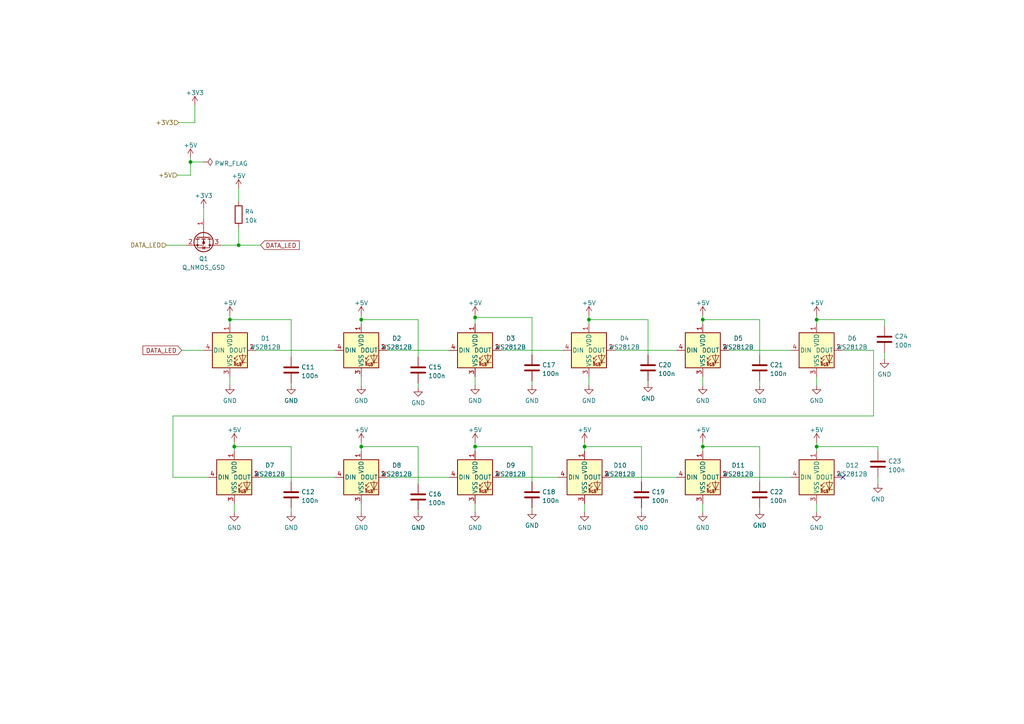
<source format=kicad_sch>
(kicad_sch (version 20211123) (generator eeschema)
  (paper "A4")
  (title_block (title "WS2812C") (rev "1"))
  (lib_symbols
    (symbol "Device:C" (pin_numbers hide) (pin_names (offset 0.254))
      (property "Reference" "C" (at 0.635 2.54 0))
      (property "Value" "C" (at 0.635 -2.54 0))
      (symbol "C_0_1"
        (polyline (pts (xy -2.032 -0.762) (xy 2.032 -0.762)) (stroke (width 0.508)))
        (polyline (pts (xy -2.032 0.762) (xy 2.032 0.762)) (stroke (width 0.508)))
      )
      (symbol "C_1_1"
        (pin passive line (at 0 3.81 270) (length 2.794) (name "~") (number "1"))
        (pin passive line (at 0 -3.81 90) (length 2.794) (name "~") (number "2"))
      )
    )
    (symbol "Device:Q_NMOS_GSD" (pin_names (offset 0) hide)
      (property "Reference" "Q" (at 5.08 1.27 0))
      (property "Value" "Q_NMOS_GSD" (at 5.08 -1.27 0))
      (symbol "Q_NMOS_GSD_0_1"
        (polyline (pts (xy 0.254 0) (xy -2.54 0)))
        (polyline (pts (xy 0.254 1.905) (xy 0.254 -1.905)) (stroke (width 0.254)))
        (polyline (pts (xy 0.762 -1.27) (xy 0.762 -2.286)) (stroke (width 0.254)))
        (polyline (pts (xy 0.762 0.508) (xy 0.762 -0.508)) (stroke (width 0.254)))
        (polyline (pts (xy 0.762 2.286) (xy 0.762 1.27)) (stroke (width 0.254)))
        (polyline (pts (xy 2.54 2.54) (xy 2.54 1.778)))
        (polyline (pts (xy 2.54 -2.54) (xy 2.54 0) (xy 0.762 0)))
        (polyline (pts (xy 0.762 -1.778) (xy 3.302 -1.778) (xy 3.302 1.778) (xy 0.762 1.778)))
        (polyline (pts (xy 1.016 0) (xy 2.032 0.381) (xy 2.032 -0.381) (xy 1.016 0)) (fill (type outline)))
        (polyline (pts (xy 2.794 0.508) (xy 2.921 0.381) (xy 3.683 0.381) (xy 3.81 0.254)))
        (polyline (pts (xy 3.302 0.381) (xy 2.921 -0.254) (xy 3.683 -0.254) (xy 3.302 0.381)))
        (circle (center 1.651 0) (radius 2.794) (stroke (width 0.254)))
        (circle (center 2.54 -1.778) (radius 0.254) (fill (type outline)))
        (circle (center 2.54 1.778) (radius 0.254) (fill (type outline)))
      )
      (symbol "Q_NMOS_GSD_1_1"
        (pin input line (at -5.08 0 0) (length 2.54) (name "G") (number "1"))
        (pin passive line (at 2.54 -5.08 90) (length 2.54) (name "S") (number "2"))
        (pin passive line (at 2.54 5.08 270) (length 2.54) (name "D") (number "3"))
      )
    )
    (symbol "Device:R" (pin_numbers hide) (pin_names (offset 0))
      (property "Reference" "R" (at 2.032 0 90))
      (property "Value" "R" (at 0 0 90))
      (symbol "R_0_1"
        (rectangle (start -1.016 -2.54) (end 1.016 2.54) (stroke (width 0.254)))
      )
      (symbol "R_1_1"
        (pin passive line (at 0 3.81 270) (length 1.27) (name "~") (number "1"))
        (pin passive line (at 0 -3.81 90) (length 1.27) (name "~") (number "2"))
      )
    )
    (symbol "LED:WS2812B" (pin_names (offset 0.254))
      (property "Reference" "D" (at 5.08 5.715 0))
      (property "Value" "WS2812B" (at 1.27 -5.715 0))
      (symbol "WS2812B_0_0"
        (text "RGB" (at 2.286 -4.191 0) (effects (font (size 0.762 0.762))))
      )
      (symbol "WS2812B_0_1"
        (polyline (pts (xy 1.27 -3.556) (xy 1.778 -3.556)))
        (polyline (pts (xy 1.27 -2.54) (xy 1.778 -2.54)))
        (polyline (pts (xy 4.699 -3.556) (xy 2.667 -3.556)))
        (polyline (pts (xy 2.286 -2.54) (xy 1.27 -3.556) (xy 1.27 -3.048)))
        (polyline (pts (xy 2.286 -1.524) (xy 1.27 -2.54) (xy 1.27 -2.032)))
        (polyline (pts (xy 3.683 -1.016) (xy 3.683 -3.556) (xy 3.683 -4.064)))
        (polyline (pts (xy 4.699 -1.524) (xy 2.667 -1.524) (xy 3.683 -3.556) (xy 4.699 -1.524)))
        (rectangle (start 5.08 5.08) (end -5.08 -5.08) (stroke (width 0.254)) (fill (type background)))
      )
      (symbol "WS2812B_1_1"
        (pin power_in line (at 0 7.62 270) (length 2.54) (name "VDD") (number "1"))
        (pin output line (at 7.62 0 180) (length 2.54) (name "DOUT") (number "2"))
        (pin power_in line (at 0 -7.62 90) (length 2.54) (name "VSS") (number "3"))
        (pin input line (at -7.62 0 0) (length 2.54) (name "DIN") (number "4"))
      )
    )
    (symbol "power:+3V3" (power) (pin_names (offset 0))
      (property "Value" "+3V3" (at 0 3.556 0))
      (symbol "+3V3_0_1"
        (polyline (pts (xy -0.762 1.27) (xy 0 2.54)))
        (polyline (pts (xy 0 0) (xy 0 2.54)))
        (polyline (pts (xy 0 2.54) (xy 0.762 1.27)))
      )
      (symbol "+3V3_1_1"
        (pin power_in line (at 0 0 90) (length 0) hide (name "+3V3") (number "1"))
      )
    )
    (symbol "power:+5V" (power) (pin_names (offset 0))
      (property "Value" "+5V" (at 0 3.556 0))
      (symbol "+5V_0_1"
        (polyline (pts (xy -0.762 1.27) (xy 0 2.54)))
        (polyline (pts (xy 0 0) (xy 0 2.54)))
        (polyline (pts (xy 0 2.54) (xy 0.762 1.27)))
      )
      (symbol "+5V_1_1"
        (pin power_in line (at 0 0 90) (length 0) hide (name "+5V") (number "1"))
      )
    )
    (symbol "power:GND" (power) (pin_names (offset 0))
      (property "Value" "GND" (at 0 -3.81 0))
      (symbol "GND_0_1"
        (polyline (pts (xy 0 0) (xy 0 -1.27) (xy 1.27 -1.27) (xy 0 -2.54) (xy -1.27 -1.27) (xy 0 -1.27)))
      )
      (symbol "GND_1_1"
        (pin power_in line (at 0 0 270) (length 0) hide (name "GND") (number "1"))
      )
    )
    (symbol "power:PWR_FLAG" (power) (pin_numbers hide) (pin_names (offset 0) hide)
      (property "Value" "PWR_FLAG" (at 0 3.81 0))
      (symbol "PWR_FLAG_0_0"
        (pin power_out line (at 0 0 90) (length 0) (name "pwr") (number "1"))
      )
      (symbol "PWR_FLAG_0_1"
        (polyline (pts (xy 0 0) (xy 0 1.27) (xy -1.016 1.905) (xy 0 2.54) (xy 1.016 1.905) (xy 0 1.27)))
      )
    )
  )
  (junction (at 104.775 92.71))
  (junction (at 104.775 129.54))
  (junction (at 236.855 92.71))
  (junction (at 137.795 129.54))
  (junction (at 203.835 92.71))
  (junction (at 66.675 92.71))
  (junction (at 236.855 129.54))
  (junction (at 137.795 92.075))
  (junction (at 203.835 129.54))
  (junction (at 67.945 129.54))
  (junction (at 170.815 92.71))
  (junction (at 69.215 71.12))
  (junction (at 55.245 46.99))
  (junction (at 169.545 129.54))
  (no_connect (at 244.475 138.43))
  (wire (pts (xy 170.815 109.22) (xy 170.815 111.76)))
  (wire (pts (xy 154.305 147.32) (xy 154.305 147.955)))
  (wire (pts (xy 104.775 128.27) (xy 104.775 129.54)))
  (wire (pts (xy 178.435 101.6) (xy 196.215 101.6)))
  (wire (pts (xy 55.245 45.72) (xy 55.245 46.99)))
  (wire (pts (xy 256.54 102.235) (xy 256.54 104.14)))
  (wire (pts (xy 254.635 129.54) (xy 236.855 129.54)))
  (wire (pts (xy 154.305 92.075) (xy 137.795 92.075)))
  (wire (pts (xy 84.455 139.7) (xy 84.455 129.54)))
  (wire (pts (xy 50.165 138.43) (xy 60.325 138.43)))
  (wire (pts (xy 121.285 111.125) (xy 121.285 112.395)))
  (wire (pts (xy 236.855 92.71) (xy 236.855 93.98)))
  (wire (pts (xy 84.455 111.125) (xy 84.455 111.76)))
  (wire (pts (xy 104.775 109.22) (xy 104.775 111.76)))
  (wire (pts (xy 137.795 129.54) (xy 137.795 130.81)))
  (wire (pts (xy 220.345 110.49) (xy 220.345 111.76)))
  (wire (pts (xy 186.055 139.7) (xy 186.055 129.54)))
  (wire (pts (xy 203.835 128.27) (xy 203.835 129.54)))
  (wire (pts (xy 67.945 146.05) (xy 67.945 148.59)))
  (wire (pts (xy 256.54 92.71) (xy 236.855 92.71)))
  (wire (pts (xy 154.305 129.54) (xy 137.795 129.54)))
  (wire (pts (xy 220.345 147.32) (xy 220.345 147.955)))
  (wire (pts (xy 66.675 91.44) (xy 66.675 92.71)))
  (wire (pts (xy 253.365 101.6) (xy 253.365 120.65)))
  (wire (pts (xy 220.345 102.87) (xy 220.345 92.71)))
  (wire (pts (xy 55.245 46.99) (xy 55.245 50.8)))
  (wire (pts (xy 121.285 92.71) (xy 104.775 92.71)))
  (wire (pts (xy 169.545 128.27) (xy 169.545 129.54)))
  (wire (pts (xy 55.245 50.8) (xy 51.435 50.8)))
  (wire (pts (xy 211.455 138.43) (xy 229.235 138.43)))
  (wire (pts (xy 55.245 46.99) (xy 59.055 46.99)))
  (wire (pts (xy 236.855 146.05) (xy 236.855 148.59)))
  (wire (pts (xy 170.815 91.44) (xy 170.815 92.71)))
  (wire (pts (xy 104.775 92.71) (xy 104.775 93.98)))
  (wire (pts (xy 170.815 92.71) (xy 170.815 93.98)))
  (wire (pts (xy 84.455 103.505) (xy 84.455 92.71)))
  (wire (pts (xy 145.415 138.43) (xy 161.925 138.43)))
  (wire (pts (xy 66.675 92.71) (xy 66.675 93.98)))
  (wire (pts (xy 169.545 129.54) (xy 169.545 130.81)))
  (wire (pts (xy 112.395 138.43) (xy 130.175 138.43)))
  (wire (pts (xy 104.775 146.05) (xy 104.775 148.59)))
  (wire (pts (xy 137.795 91.44) (xy 137.795 92.075)))
  (wire (pts (xy 154.305 139.7) (xy 154.305 129.54)))
  (wire (pts (xy 254.635 138.43) (xy 254.635 140.335)))
  (wire (pts (xy 137.795 128.27) (xy 137.795 129.54)))
  (wire (pts (xy 52.705 101.6) (xy 59.055 101.6)))
  (wire (pts (xy 50.165 120.65) (xy 50.165 138.43)))
  (wire (pts (xy 236.855 129.54) (xy 236.855 130.81)))
  (wire (pts (xy 137.795 109.22) (xy 137.795 111.76)))
  (wire (pts (xy 84.455 147.32) (xy 84.455 148.59)))
  (wire (pts (xy 154.305 102.87) (xy 154.305 92.075)))
  (wire (pts (xy 67.945 129.54) (xy 67.945 130.81)))
  (wire (pts (xy 59.055 60.325) (xy 59.055 63.5)))
  (wire (pts (xy 220.345 92.71) (xy 203.835 92.71)))
  (wire (pts (xy 187.96 102.87) (xy 187.96 92.71)))
  (wire (pts (xy 69.215 71.12) (xy 75.565 71.12)))
  (wire (pts (xy 256.54 94.615) (xy 256.54 92.71)))
  (wire (pts (xy 67.945 128.27) (xy 67.945 129.54)))
  (wire (pts (xy 203.835 146.05) (xy 203.835 148.59)))
  (wire (pts (xy 236.855 91.44) (xy 236.855 92.71)))
  (wire (pts (xy 203.835 129.54) (xy 203.835 130.81)))
  (wire (pts (xy 145.415 101.6) (xy 163.195 101.6)))
  (wire (pts (xy 137.795 92.075) (xy 137.795 93.98)))
  (wire (pts (xy 121.285 147.955) (xy 121.285 148.59)))
  (wire (pts (xy 48.26 71.12) (xy 53.975 71.12)))
  (wire (pts (xy 203.835 92.71) (xy 203.835 93.98)))
  (wire (pts (xy 51.816 35.56) (xy 56.515 35.56)))
  (wire (pts (xy 137.795 146.05) (xy 137.795 148.59)))
  (wire (pts (xy 244.475 101.6) (xy 253.365 101.6)))
  (wire (pts (xy 154.305 110.49) (xy 154.305 111.76)))
  (wire (pts (xy 187.96 92.71) (xy 170.815 92.71)))
  (wire (pts (xy 69.215 54.61) (xy 69.215 58.42)))
  (wire (pts (xy 121.285 103.505) (xy 121.285 92.71)))
  (wire (pts (xy 112.395 101.6) (xy 130.175 101.6)))
  (wire (pts (xy 211.455 101.6) (xy 229.235 101.6)))
  (wire (pts (xy 169.545 146.05) (xy 169.545 148.59)))
  (wire (pts (xy 66.675 109.22) (xy 66.675 111.76)))
  (wire (pts (xy 186.055 129.54) (xy 169.545 129.54)))
  (wire (pts (xy 236.855 109.22) (xy 236.855 111.76)))
  (wire (pts (xy 186.055 147.32) (xy 186.055 148.59)))
  (wire (pts (xy 74.295 101.6) (xy 97.155 101.6)))
  (wire (pts (xy 187.96 110.49) (xy 187.96 111.125)))
  (wire (pts (xy 84.455 92.71) (xy 66.675 92.71)))
  (wire (pts (xy 254.635 130.81) (xy 254.635 129.54)))
  (wire (pts (xy 69.215 66.04) (xy 69.215 71.12)))
  (wire (pts (xy 84.455 129.54) (xy 67.945 129.54)))
  (wire (pts (xy 177.165 138.43) (xy 196.215 138.43)))
  (wire (pts (xy 203.835 109.22) (xy 203.835 111.76)))
  (wire (pts (xy 236.855 128.27) (xy 236.855 129.54)))
  (wire (pts (xy 64.135 71.12) (xy 69.215 71.12)))
  (wire (pts (xy 104.775 91.44) (xy 104.775 92.71)))
  (wire (pts (xy 121.285 140.335) (xy 121.285 129.54)))
  (wire (pts (xy 75.565 138.43) (xy 97.155 138.43)))
  (wire (pts (xy 253.365 120.65) (xy 50.165 120.65)))
  (wire (pts (xy 121.285 129.54) (xy 104.775 129.54)))
  (wire (pts (xy 203.835 91.44) (xy 203.835 92.71)))
  (wire (pts (xy 220.345 139.7) (xy 220.345 129.54)))
  (wire (pts (xy 104.775 129.54) (xy 104.775 130.81)))
  (wire (pts (xy 56.515 30.48) (xy 56.515 35.56)))
  (wire (pts (xy 220.345 129.54) (xy 203.835 129.54)))
  (global_label "DATA_LED" (shape input) (at 52.705 101.6 180) (property "Intersheet References" "${INTERSHEET_REFS}" (effects hide)))
  (global_label "DATA_LED" (shape input) (at 75.565 71.12 0) (property "Intersheet References" "${INTERSHEET_REFS}" (effects hide)))
  (hierarchical_label "DATA_LED" (shape input) (at 48.26 71.12 180))
  (hierarchical_label "+5V" (shape input) (at 51.435 50.8 180))
  (hierarchical_label "+3V3" (shape input) (at 51.816 35.56 180))
  (symbol (lib_id "power:GND") (at 186.055 148.59 0) (unit 1)
    (property "Reference" "#PWR0164" (effects hide))
    (property "Value" "GND" (at 186.055 153.0334 0))
  )
  (symbol (lib_id "Device:C") (at 84.455 107.315 0) (unit 1)
    (property "Reference" "C11" (at 87.376 106.4803 0) (effects (justify left)))
    (property "Value" "100n" (at 87.376 109.0172 0) (effects (justify left)))
    (property "Footprint" "Capacitor_SMD:C_0603_1608Metric" (effects hide))
    (property "LCSC" "C14663" (effects hide))
  )
  (symbol (lib_id "power:GND") (at 169.545 148.59 0) (unit 1)
    (property "Reference" "#PWR0114" (effects hide))
    (property "Value" "GND" (at 169.545 153.0334 0))
  )
  (symbol (lib_id "Device:C") (at 256.54 98.425 0) (unit 1)
    (property "Reference" "C24" (at 259.461 97.5903 0) (effects (justify left)))
    (property "Value" "100n" (at 259.461 100.1272 0) (effects (justify left)))
    (property "Footprint" "Capacitor_SMD:C_0603_1608Metric" (effects hide))
    (property "LCSC" "C14663" (effects hide))
  )
  (symbol (lib_id "Device:C") (at 220.345 143.51 0) (unit 1)
    (property "Reference" "C22" (at 223.266 142.6753 0) (effects (justify left)))
    (property "Value" "100n" (at 223.266 145.2122 0) (effects (justify left)))
    (property "Footprint" "Capacitor_SMD:C_0603_1608Metric" (effects hide))
    (property "LCSC" "C14663" (effects hide))
  )
  (symbol (lib_id "power:GND") (at 220.345 147.955 0) (unit 1)
    (property "Reference" "#PWR0168" (effects hide))
    (property "Value" "GND" (at 220.345 152.3984 0))
  )
  (symbol (lib_id "power:GND") (at 121.285 148.59 0) (unit 1)
    (property "Reference" "#PWR0166" (effects hide))
    (property "Value" "GND" (at 121.285 153.0334 0))
  )
  (symbol (lib_id "power:GND") (at 203.835 148.59 0) (unit 1)
    (property "Reference" "#PWR0111" (effects hide))
    (property "Value" "GND" (at 203.835 153.0334 0))
  )
  (symbol (lib_id "Device:C") (at 187.96 106.68 0) (unit 1)
    (property "Reference" "C20" (at 190.881 105.8453 0) (effects (justify left)))
    (property "Value" "100n" (at 190.881 108.3822 0) (effects (justify left)))
    (property "Footprint" "Capacitor_SMD:C_0603_1608Metric" (effects hide))
    (property "LCSC" "C14663" (effects hide))
  )
  (symbol (lib_id "power:GND") (at 84.455 111.76 0) (unit 1)
    (property "Reference" "#PWR0170" (effects hide))
    (property "Value" "GND" (at 84.455 116.2034 0))
  )
  (symbol (lib_id "Device:C") (at 186.055 143.51 0) (unit 1)
    (property "Reference" "C19" (at 188.976 142.6753 0) (effects (justify left)))
    (property "Value" "100n" (at 188.976 145.2122 0) (effects (justify left)))
    (property "Footprint" "Capacitor_SMD:C_0603_1608Metric" (effects hide))
    (property "LCSC" "C14663" (effects hide))
  )
  (symbol (lib_id "power:+5V") (at 137.795 128.27 0) (unit 1)
    (property "Reference" "#PWR0117" (effects hide))
    (property "Value" "+5V" (at 137.795 124.6942 0))
  )
  (symbol (lib_id "Device:Q_NMOS_GSD") (at 59.055 68.58 270) (unit 1)
    (property "Reference" "Q1" (at 59.055 75.0554 90))
    (property "Value" "Q_NMOS_GSD" (at 59.055 77.5923 90))
    (property "Footprint" "Package_TO_SOT_SMD:SOT-23" (effects hide))
    (property "LCSC" "C8545" (effects hide))
  )
  (symbol (lib_id "power:GND") (at 170.815 111.76 0) (unit 1)
    (property "Reference" "#PWR0113" (effects hide))
    (property "Value" "GND" (at 170.815 116.2034 0))
  )
  (symbol (lib_id "power:PWR_FLAG") (at 59.055 46.99 270) (unit 1)
    (property "Reference" "#FLG0105" (effects hide))
    (property "Value" "PWR_FLAG" (at 62.23 47.4238 90) (effects (justify left)))
  )
  (symbol (lib_id "power:GND") (at 104.775 111.76 0) (unit 1)
    (property "Reference" "#PWR0118" (effects hide))
    (property "Value" "GND" (at 104.775 116.2034 0))
  )
  (symbol (lib_id "power:+3V3") (at 59.055 60.325 0) (unit 1)
    (property "Reference" "#PWR0179" (effects hide))
    (property "Value" "+3V3" (at 59.055 56.7492 0))
  )
  (symbol (lib_id "power:+3V3") (at 56.515 30.48 0) (unit 1)
    (property "Reference" "#PWR0181" (effects hide))
    (property "Value" "+3V3" (at 56.515 26.9042 0))
  )
  (symbol (lib_id "power:GND") (at 187.96 111.125 0) (unit 1)
    (property "Reference" "#PWR0169" (effects hide))
    (property "Value" "GND" (at 187.96 115.5684 0))
  )
  (symbol (lib_id "power:+5V") (at 236.855 128.27 0) (unit 1)
    (property "Reference" "#PWR0110" (effects hide))
    (property "Value" "+5V" (at 236.855 124.6942 0))
  )
  (symbol (lib_id "LED:WS2812B") (at 66.675 101.6 0) (unit 1)
    (property "Reference" "D1" (at 76.9809 98.1416 0))
    (property "Value" "WS2812B" (at 76.9809 100.6785 0))
    (property "Footprint" "LED_SMD:LED_WS2812B_PLCC4_5.0x5.0mm_P3.2mm" (effects hide))
    (property "Datasheet" "https://datasheet.lcsc.com/lcsc/1810231210_Worldsemi-WS2812C_C114587.pdf" (effects hide))
    (property "LCSC" "C2761796" (effects hide))
  )
  (symbol (lib_id "power:+5V") (at 169.545 128.27 0) (unit 1)
    (property "Reference" "#PWR0112" (effects hide))
    (property "Value" "+5V" (at 169.545 124.6942 0))
  )
  (symbol (lib_id "LED:WS2812B") (at 203.835 138.43 0) (unit 1)
    (property "Reference" "D11" (at 214.1409 134.9716 0))
    (property "Value" "WS2812B" (at 214.1409 137.5085 0))
    (property "Footprint" "LED_SMD:LED_WS2812B_PLCC4_5.0x5.0mm_P3.2mm" (effects hide))
    (property "Datasheet" "https://datasheet.lcsc.com/lcsc/1810231210_Worldsemi-WS2812C_C114587.pdf" (effects hide))
    (property "LCSC" "C2761796" (effects hide))
  )
  (symbol (lib_id "power:GND") (at 154.305 111.76 0) (unit 1)
    (property "Reference" "#PWR0174" (effects hide))
    (property "Value" "GND" (at 154.305 116.2034 0))
  )
  (symbol (lib_id "power:+5V") (at 104.775 128.27 0) (unit 1)
    (property "Reference" "#PWR0126" (effects hide))
    (property "Value" "+5V" (at 104.775 124.6942 0))
  )
  (symbol (lib_id "LED:WS2812B") (at 170.815 101.6 0) (unit 1)
    (property "Reference" "D4" (at 181.1209 98.1416 0))
    (property "Value" "WS2812B" (at 181.1209 100.6785 0))
    (property "Footprint" "LED_SMD:LED_WS2812B_PLCC4_5.0x5.0mm_P3.2mm" (effects hide))
    (property "Datasheet" "https://datasheet.lcsc.com/lcsc/1810231210_Worldsemi-WS2812C_C114587.pdf" (effects hide))
    (property "LCSC" "C2761796" (effects hide))
  )
  (symbol (lib_id "LED:WS2812B") (at 169.545 138.43 0) (unit 1)
    (property "Reference" "D10" (at 179.8509 134.9716 0))
    (property "Value" "WS2812B" (at 179.8509 137.5085 0))
    (property "Footprint" "LED_SMD:LED_WS2812B_PLCC4_5.0x5.0mm_P3.2mm" (effects hide))
    (property "Datasheet" "https://datasheet.lcsc.com/lcsc/1810231210_Worldsemi-WS2812C_C114587.pdf" (effects hide))
    (property "LCSC" "C2761796" (effects hide))
  )
  (symbol (lib_id "Device:C") (at 154.305 106.68 0) (unit 1)
    (property "Reference" "C17" (at 157.226 105.8453 0) (effects (justify left)))
    (property "Value" "100n" (at 157.226 108.3822 0) (effects (justify left)))
    (property "Footprint" "Capacitor_SMD:C_0603_1608Metric" (effects hide))
    (property "LCSC" "C14663" (effects hide))
  )
  (symbol (lib_id "LED:WS2812B") (at 203.835 101.6 0) (unit 1)
    (property "Reference" "D5" (at 214.1409 98.1416 0))
    (property "Value" "WS2812B" (at 214.1409 100.6785 0))
    (property "Footprint" "LED_SMD:LED_WS2812B_PLCC4_5.0x5.0mm_P3.2mm" (effects hide))
    (property "Datasheet" "https://datasheet.lcsc.com/lcsc/1810231210_Worldsemi-WS2812C_C114587.pdf" (effects hide))
    (property "LCSC" "C2761796" (effects hide))
  )
  (symbol (lib_id "LED:WS2812B") (at 137.795 101.6 0) (unit 1)
    (property "Reference" "D3" (at 148.1009 98.1416 0))
    (property "Value" "WS2812B" (at 148.1009 100.6785 0))
    (property "Footprint" "LED_SMD:LED_WS2812B_PLCC4_5.0x5.0mm_P3.2mm" (effects hide))
    (property "Datasheet" "https://datasheet.lcsc.com/lcsc/1810231210_Worldsemi-WS2812C_C114587.pdf" (effects hide))
    (property "LCSC" "C2761796" (effects hide))
  )
  (symbol (lib_id "power:GND") (at 121.285 112.395 0) (unit 1)
    (property "Reference" "#PWR0162" (effects hide))
    (property "Value" "GND" (at 121.285 116.8384 0))
  )
  (symbol (lib_id "Device:C") (at 121.285 144.145 0) (unit 1)
    (property "Reference" "C16" (at 124.206 143.3103 0) (effects (justify left)))
    (property "Value" "100n" (at 124.206 145.8472 0) (effects (justify left)))
    (property "Footprint" "Capacitor_SMD:C_0603_1608Metric" (effects hide))
    (property "LCSC" "C14663" (effects hide))
  )
  (symbol (lib_id "LED:WS2812B") (at 104.775 138.43 0) (unit 1)
    (property "Reference" "D8" (at 115.0809 134.9716 0))
    (property "Value" "WS2812B" (at 115.0809 137.5085 0))
    (property "Footprint" "LED_SMD:LED_WS2812B_PLCC4_5.0x5.0mm_P3.2mm" (effects hide))
    (property "Datasheet" "https://datasheet.lcsc.com/lcsc/1810231210_Worldsemi-WS2812C_C114587.pdf" (effects hide))
    (property "LCSC" "C2761796" (effects hide))
  )
  (symbol (lib_id "power:+5V") (at 137.795 91.44 0) (unit 1)
    (property "Reference" "#PWR0115" (effects hide))
    (property "Value" "+5V" (at 137.795 87.8642 0))
  )
  (symbol (lib_id "power:GND") (at 203.835 111.76 0) (unit 1)
    (property "Reference" "#PWR0105" (effects hide))
    (property "Value" "GND" (at 203.835 116.2034 0))
  )
  (symbol (lib_id "power:GND") (at 256.54 104.14 0) (unit 1)
    (property "Reference" "#PWR0173" (effects hide))
    (property "Value" "GND" (at 256.54 108.5834 0))
  )
  (symbol (lib_id "power:GND") (at 137.795 111.76 0) (unit 1)
    (property "Reference" "#PWR0116" (effects hide))
    (property "Value" "GND" (at 137.795 116.2034 0))
  )
  (symbol (lib_id "power:GND") (at 66.675 111.76 0) (unit 1)
    (property "Reference" "#PWR0122" (effects hide))
    (property "Value" "GND" (at 66.675 116.2034 0))
  )
  (symbol (lib_id "power:GND") (at 220.345 111.76 0) (unit 1)
    (property "Reference" "#PWR0171" (effects hide))
    (property "Value" "GND" (at 220.345 116.2034 0))
  )
  (symbol (lib_id "Device:C") (at 154.305 143.51 0) (unit 1)
    (property "Reference" "C18" (at 157.226 142.6753 0) (effects (justify left)))
    (property "Value" "100n" (at 157.226 145.2122 0) (effects (justify left)))
    (property "Footprint" "Capacitor_SMD:C_0603_1608Metric" (effects hide))
    (property "LCSC" "C14663" (effects hide))
  )
  (symbol (lib_id "Device:C") (at 84.455 143.51 0) (unit 1)
    (property "Reference" "C12" (at 87.376 142.6753 0) (effects (justify left)))
    (property "Value" "100n" (at 87.376 145.2122 0) (effects (justify left)))
    (property "Footprint" "Capacitor_SMD:C_0603_1608Metric" (effects hide))
    (property "LCSC" "C14663" (effects hide))
  )
  (symbol (lib_id "Device:C") (at 121.285 107.315 0) (unit 1)
    (property "Reference" "C15" (at 124.206 106.4803 0) (effects (justify left)))
    (property "Value" "100n" (at 124.206 109.0172 0) (effects (justify left)))
    (property "Footprint" "Capacitor_SMD:C_0603_1608Metric" (effects hide))
    (property "LCSC" "C14663" (effects hide))
  )
  (symbol (lib_id "power:GND") (at 154.305 147.955 0) (unit 1)
    (property "Reference" "#PWR0167" (effects hide))
    (property "Value" "GND" (at 154.305 152.3984 0))
  )
  (symbol (lib_id "power:+5V") (at 203.835 91.44 0) (unit 1)
    (property "Reference" "#PWR0108" (effects hide))
    (property "Value" "+5V" (at 203.835 87.8642 0))
  )
  (symbol (lib_id "power:+5V") (at 69.215 54.61 0) (unit 1)
    (property "Reference" "#PWR0180" (effects hide))
    (property "Value" "+5V" (at 69.215 51.0342 0))
  )
  (symbol (lib_id "power:+5V") (at 170.815 91.44 0) (unit 1)
    (property "Reference" "#PWR0107" (effects hide))
    (property "Value" "+5V" (at 170.815 87.8642 0))
  )
  (symbol (lib_id "power:+5V") (at 236.855 91.44 0) (unit 1)
    (property "Reference" "#PWR0104" (effects hide))
    (property "Value" "+5V" (at 236.855 87.8642 0))
  )
  (symbol (lib_id "power:GND") (at 236.855 111.76 0) (unit 1)
    (property "Reference" "#PWR0103" (effects hide))
    (property "Value" "GND" (at 236.855 116.2034 0))
  )
  (symbol (lib_id "power:+5V") (at 67.945 128.27 0) (unit 1)
    (property "Reference" "#PWR0124" (effects hide))
    (property "Value" "+5V" (at 67.945 124.6942 0))
  )
  (symbol (lib_id "power:GND") (at 67.945 148.59 0) (unit 1)
    (property "Reference" "#PWR0121" (effects hide))
    (property "Value" "GND" (at 67.945 153.0334 0))
  )
  (symbol (lib_id "power:+5V") (at 55.245 45.72 0) (unit 1)
    (property "Reference" "#PWR0163" (effects hide))
    (property "Value" "+5V" (at 55.245 42.1442 0))
  )
  (symbol (lib_id "Device:R") (at 69.215 62.23 0) (unit 1)
    (property "Reference" "R4" (at 70.993 61.3953 0) (effects (justify left)))
    (property "Value" "10k" (at 70.993 63.9322 0) (effects (justify left)))
    (property "Footprint" "Resistor_SMD:R_0603_1608Metric" (effects hide))
    (property "LCSC" "C25804" (effects hide))
  )
  (symbol (lib_id "LED:WS2812B") (at 236.855 138.43 0) (unit 1)
    (property "Reference" "D12" (at 247.1609 134.9716 0))
    (property "Value" "WS2812B" (at 247.1609 137.5085 0))
    (property "Footprint" "LED_SMD:LED_WS2812B_PLCC4_5.0x5.0mm_P3.2mm" (effects hide))
    (property "Datasheet" "https://datasheet.lcsc.com/lcsc/1810231210_Worldsemi-WS2812C_C114587.pdf" (effects hide))
    (property "LCSC" "C2761796" (effects hide))
  )
  (symbol (lib_id "LED:WS2812B") (at 236.855 101.6 0) (unit 1)
    (property "Reference" "D6" (at 247.1609 98.1416 0))
    (property "Value" "WS2812B" (at 247.1609 100.6785 0))
    (property "Footprint" "LED_SMD:LED_WS2812B_PLCC4_5.0x5.0mm_P3.2mm" (effects hide))
    (property "Datasheet" "https://datasheet.lcsc.com/lcsc/1810231210_Worldsemi-WS2812C_C114587.pdf" (effects hide))
    (property "LCSC" "C2761796" (effects hide))
  )
  (symbol (lib_id "power:+5V") (at 66.675 91.44 0) (unit 1)
    (property "Reference" "#PWR0123" (effects hide))
    (property "Value" "+5V" (at 66.675 87.8642 0))
  )
  (symbol (lib_id "power:+5V") (at 203.835 128.27 0) (unit 1)
    (property "Reference" "#PWR0106" (effects hide))
    (property "Value" "+5V" (at 203.835 124.6942 0))
  )
  (symbol (lib_id "Device:C") (at 254.635 134.62 0) (unit 1)
    (property "Reference" "C23" (at 257.556 133.7853 0) (effects (justify left)))
    (property "Value" "100n" (at 257.556 136.3222 0) (effects (justify left)))
    (property "Footprint" "Capacitor_SMD:C_0603_1608Metric" (effects hide))
    (property "LCSC" "C14663" (effects hide))
  )
  (symbol (lib_id "power:GND") (at 137.795 148.59 0) (unit 1)
    (property "Reference" "#PWR0120" (effects hide))
    (property "Value" "GND" (at 137.795 153.0334 0))
  )
  (symbol (lib_id "power:GND") (at 84.455 148.59 0) (unit 1)
    (property "Reference" "#PWR0165" (effects hide))
    (property "Value" "GND" (at 84.455 153.0334 0))
  )
  (symbol (lib_id "LED:WS2812B") (at 137.795 138.43 0) (unit 1)
    (property "Reference" "D9" (at 148.1009 134.9716 0))
    (property "Value" "WS2812B" (at 148.1009 137.5085 0))
    (property "Footprint" "LED_SMD:LED_WS2812B_PLCC4_5.0x5.0mm_P3.2mm" (effects hide))
    (property "Datasheet" "https://datasheet.lcsc.com/lcsc/1810231210_Worldsemi-WS2812C_C114587.pdf" (effects hide))
    (property "LCSC" "C2761796" (effects hide))
  )
  (symbol (lib_id "Device:C") (at 220.345 106.68 0) (unit 1)
    (property "Reference" "C21" (at 223.266 105.8453 0) (effects (justify left)))
    (property "Value" "100n" (at 223.266 108.3822 0) (effects (justify left)))
    (property "Footprint" "Capacitor_SMD:C_0603_1608Metric" (effects hide))
    (property "LCSC" "C14663" (effects hide))
  )
  (symbol (lib_id "LED:WS2812B") (at 104.775 101.6 0) (unit 1)
    (property "Reference" "D2" (at 115.0809 98.1416 0))
    (property "Value" "WS2812B" (at 115.0809 100.6785 0))
    (property "Footprint" "LED_SMD:LED_WS2812B_PLCC4_5.0x5.0mm_P3.2mm" (effects hide))
    (property "Datasheet" "https://datasheet.lcsc.com/lcsc/1810231210_Worldsemi-WS2812C_C114587.pdf" (effects hide))
    (property "LCSC" "C2761796" (effects hide))
  )
  (symbol (lib_id "power:GND") (at 236.855 148.59 0) (unit 1)
    (property "Reference" "#PWR0109" (effects hide))
    (property "Value" "GND" (at 236.855 153.0334 0))
  )
  (symbol (lib_id "power:+5V") (at 104.775 91.44 0) (unit 1)
    (property "Reference" "#PWR0125" (effects hide))
    (property "Value" "+5V" (at 104.775 87.8642 0))
  )
  (symbol (lib_id "power:GND") (at 254.635 140.335 0) (unit 1)
    (property "Reference" "#PWR0172" (effects hide))
    (property "Value" "GND" (at 254.635 144.7784 0))
  )
  (symbol (lib_id "LED:WS2812B") (at 67.945 138.43 0) (unit 1)
    (property "Reference" "D7" (at 78.2509 134.9716 0))
    (property "Value" "WS2812B" (at 78.2509 137.5085 0))
    (property "Footprint" "LED_SMD:LED_WS2812B_PLCC4_5.0x5.0mm_P3.2mm" (effects hide))
    (property "Datasheet" "https://datasheet.lcsc.com/lcsc/1810231210_Worldsemi-WS2812C_C114587.pdf" (effects hide))
    (property "LCSC" "C2761796" (effects hide))
  )
  (symbol (lib_id "power:GND") (at 104.775 148.59 0) (unit 1)
    (property "Reference" "#PWR0119" (effects hide))
    (property "Value" "GND" (at 104.775 153.0334 0))
  )
)
</source>
